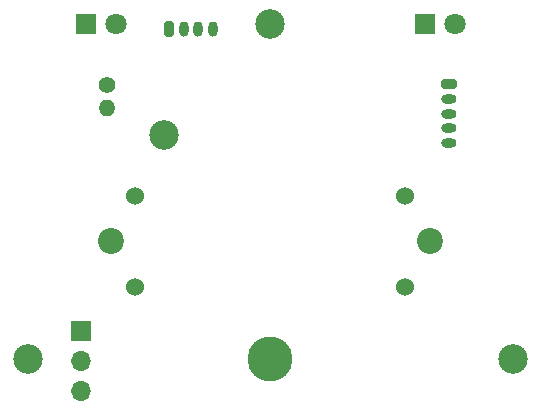
<source format=gbr>
%TF.GenerationSoftware,KiCad,Pcbnew,(6.0.7-1)-1*%
%TF.CreationDate,2023-10-29T12:13:08+10:00*%
%TF.ProjectId,GAUGE_Analog Instruments,47415547-455f-4416-9e61-6c6f6720496e,rev?*%
%TF.SameCoordinates,Original*%
%TF.FileFunction,Soldermask,Top*%
%TF.FilePolarity,Negative*%
%FSLAX46Y46*%
G04 Gerber Fmt 4.6, Leading zero omitted, Abs format (unit mm)*
G04 Created by KiCad (PCBNEW (6.0.7-1)-1) date 2023-10-29 12:13:08*
%MOMM*%
%LPD*%
G01*
G04 APERTURE LIST*
G04 Aperture macros list*
%AMRoundRect*
0 Rectangle with rounded corners*
0 $1 Rounding radius*
0 $2 $3 $4 $5 $6 $7 $8 $9 X,Y pos of 4 corners*
0 Add a 4 corners polygon primitive as box body*
4,1,4,$2,$3,$4,$5,$6,$7,$8,$9,$2,$3,0*
0 Add four circle primitives for the rounded corners*
1,1,$1+$1,$2,$3*
1,1,$1+$1,$4,$5*
1,1,$1+$1,$6,$7*
1,1,$1+$1,$8,$9*
0 Add four rect primitives between the rounded corners*
20,1,$1+$1,$2,$3,$4,$5,0*
20,1,$1+$1,$4,$5,$6,$7,0*
20,1,$1+$1,$6,$7,$8,$9,0*
20,1,$1+$1,$8,$9,$2,$3,0*%
G04 Aperture macros list end*
%ADD10C,2.500000*%
%ADD11C,2.200000*%
%ADD12C,3.800000*%
%ADD13C,1.524000*%
%ADD14RoundRect,0.200000X-0.200000X-0.450000X0.200000X-0.450000X0.200000X0.450000X-0.200000X0.450000X0*%
%ADD15O,0.800000X1.300000*%
%ADD16C,1.400000*%
%ADD17O,1.400000X1.400000*%
%ADD18R,1.800000X1.800000*%
%ADD19C,1.800000*%
%ADD20RoundRect,0.200000X-0.450000X0.200000X-0.450000X-0.200000X0.450000X-0.200000X0.450000X0.200000X0*%
%ADD21O,1.300000X0.800000*%
%ADD22R,1.700000X1.700000*%
%ADD23O,1.700000X1.700000*%
G04 APERTURE END LIST*
D10*
%TO.C,H3*%
X179937800Y-78484600D03*
%TD*%
%TO.C,M1*%
X170937800Y-87868000D03*
D11*
X193437800Y-96868000D03*
D12*
X179937800Y-106868000D03*
D11*
X166437800Y-96868000D03*
D13*
X168512800Y-93018000D03*
X168512800Y-100718000D03*
X191362800Y-100718000D03*
X191362800Y-93018000D03*
%TD*%
D10*
%TO.C,H1*%
X159384300Y-106868000D03*
%TD*%
%TO.C,H2*%
X200491300Y-106868000D03*
%TD*%
D14*
%TO.C,J1*%
X171336500Y-78934600D03*
D15*
X172586500Y-78934600D03*
X173836500Y-78934600D03*
X175086500Y-78934600D03*
%TD*%
D16*
%TO.C,R1*%
X166099500Y-83675600D03*
D17*
X166099500Y-85575600D03*
%TD*%
D18*
%TO.C,D2*%
X164316500Y-78484600D03*
D19*
X166856500Y-78484600D03*
%TD*%
D18*
%TO.C,D1*%
X193023500Y-78484600D03*
D19*
X195563500Y-78484600D03*
%TD*%
D20*
%TO.C,J4*%
X195055500Y-83564600D03*
D21*
X195055500Y-84814600D03*
X195055500Y-86064600D03*
X195055500Y-87314600D03*
X195055500Y-88564600D03*
%TD*%
D22*
%TO.C,J3*%
X163897800Y-104488000D03*
D23*
X163897800Y-107028000D03*
X163897800Y-109568000D03*
%TD*%
M02*

</source>
